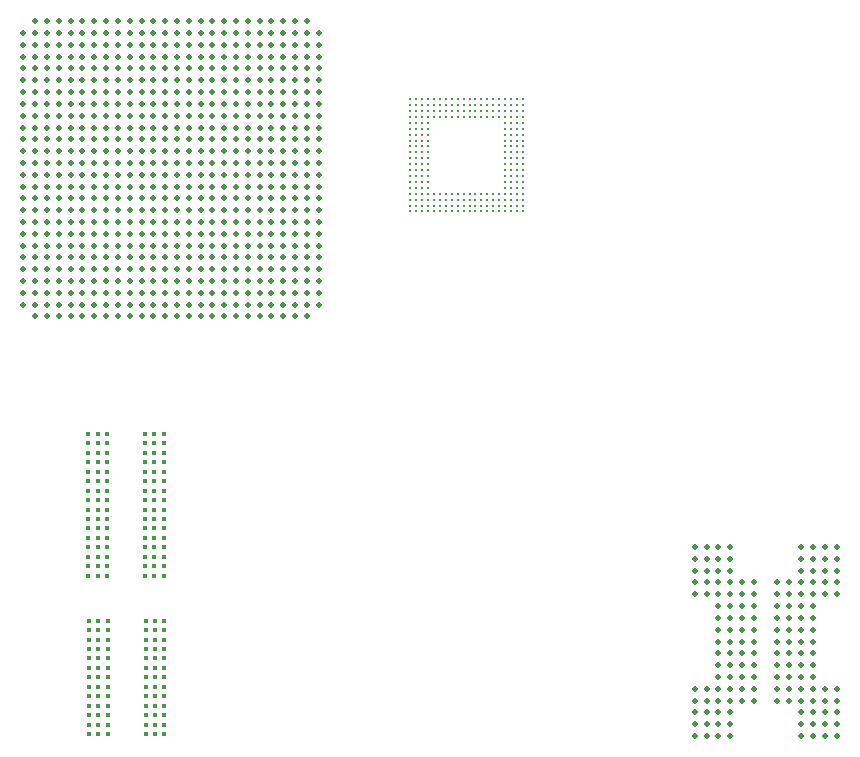
<source format=gbr>
%TF.GenerationSoftware,KiCad,Pcbnew,(5.1.10)-1*%
%TF.CreationDate,2022-01-31T16:37:24-08:00*%
%TF.ProjectId,TMPCB_Footprint-Side,544d5043-425f-4466-9f6f-747072696e74,rev?*%
%TF.SameCoordinates,Original*%
%TF.FileFunction,Paste,Bot*%
%TF.FilePolarity,Positive*%
%FSLAX46Y46*%
G04 Gerber Fmt 4.6, Leading zero omitted, Abs format (unit mm)*
G04 Created by KiCad (PCBNEW (5.1.10)-1) date 2022-01-31 16:37:24*
%MOMM*%
%LPD*%
G01*
G04 APERTURE LIST*
%ADD10C,0.400000*%
%ADD11C,0.250000*%
%ADD12C,0.500000*%
%ADD13C,0.420000*%
G04 APERTURE END LIST*
D10*
%TO.C,FBGA-96*%
X109195000Y-101377000D03*
X109995000Y-101377000D03*
X110795000Y-101377000D03*
X113995000Y-101377000D03*
X114795000Y-101377000D03*
X115595000Y-101377000D03*
X109195000Y-100577000D03*
X109995000Y-100577000D03*
X110795000Y-100577000D03*
X113995000Y-100577000D03*
X114795000Y-100577000D03*
X115595000Y-100577000D03*
X109195000Y-99777000D03*
X109995000Y-99777000D03*
X110795000Y-99777000D03*
X113995000Y-99777000D03*
X114795000Y-99777000D03*
X115595000Y-99777000D03*
X109195000Y-98977000D03*
X109995000Y-98977000D03*
X110795000Y-98977000D03*
X113995000Y-98977000D03*
X114795000Y-98977000D03*
X115595000Y-98977000D03*
X109195000Y-98177000D03*
X109995000Y-98177000D03*
X110795000Y-98177000D03*
X113995000Y-98177000D03*
X114795000Y-98177000D03*
X115595000Y-98177000D03*
X109195000Y-97377000D03*
X109995000Y-97377000D03*
X110795000Y-97377000D03*
X113995000Y-97377000D03*
X114795000Y-97377000D03*
X115595000Y-97377000D03*
X109195000Y-96577000D03*
X109995000Y-96577000D03*
X110795000Y-96577000D03*
X113995000Y-96577000D03*
X114795000Y-96577000D03*
X115595000Y-96577000D03*
X109195000Y-95777000D03*
X109995000Y-95777000D03*
X110795000Y-95777000D03*
X113995000Y-95777000D03*
X114795000Y-95777000D03*
X115595000Y-95777000D03*
X109195000Y-94977000D03*
X109995000Y-94977000D03*
X110795000Y-94977000D03*
X113995000Y-94977000D03*
X114795000Y-94977000D03*
X115595000Y-94977000D03*
X109195000Y-94177000D03*
X109995000Y-94177000D03*
X110795000Y-94177000D03*
X113995000Y-94177000D03*
X114795000Y-94177000D03*
X115595000Y-94177000D03*
X109195000Y-93377000D03*
X109995000Y-93377000D03*
X110795000Y-93377000D03*
X113995000Y-93377000D03*
X114795000Y-93377000D03*
X115595000Y-93377000D03*
X109195000Y-92577000D03*
X109995000Y-92577000D03*
X110795000Y-92577000D03*
X113995000Y-92577000D03*
X114795000Y-92577000D03*
X115595000Y-92577000D03*
X109195000Y-91777000D03*
X109995000Y-91777000D03*
X110795000Y-91777000D03*
X113995000Y-91777000D03*
X114795000Y-91777000D03*
X115595000Y-91777000D03*
X109195000Y-90977000D03*
X109995000Y-90977000D03*
X110795000Y-90977000D03*
X113995000Y-90977000D03*
X114795000Y-90977000D03*
X115595000Y-90977000D03*
X109195000Y-90177000D03*
X109995000Y-90177000D03*
X110795000Y-90177000D03*
X113995000Y-90177000D03*
X114795000Y-90177000D03*
X115595000Y-90177000D03*
X109195000Y-89377000D03*
X109995000Y-89377000D03*
X110795000Y-89377000D03*
X113995000Y-89377000D03*
X114795000Y-89377000D03*
X115595000Y-89377000D03*
%TD*%
D11*
%TO.C,BGA-256 P0.5mm*%
X145974000Y-61036000D03*
X145974000Y-61536000D03*
X145974000Y-62036000D03*
X145974000Y-62536000D03*
X145974000Y-63036000D03*
X145974000Y-63536000D03*
X145974000Y-64036000D03*
X145974000Y-64536000D03*
X145974000Y-65036000D03*
X145974000Y-65536000D03*
X145974000Y-66036000D03*
X145974000Y-66536000D03*
X145974000Y-67036000D03*
X145974000Y-67536000D03*
X145974000Y-68036000D03*
X145974000Y-68536000D03*
X145974000Y-69036000D03*
X145974000Y-69536000D03*
X145974000Y-70036000D03*
X145974000Y-70536000D03*
X145474000Y-61036000D03*
X145474000Y-61536000D03*
X145474000Y-62036000D03*
X145474000Y-62536000D03*
X145474000Y-63036000D03*
X145474000Y-63536000D03*
X145474000Y-64036000D03*
X145474000Y-64536000D03*
X145474000Y-65036000D03*
X145474000Y-65536000D03*
X145474000Y-66036000D03*
X145474000Y-66536000D03*
X145474000Y-67036000D03*
X145474000Y-67536000D03*
X145474000Y-68036000D03*
X145474000Y-68536000D03*
X145474000Y-69036000D03*
X145474000Y-69536000D03*
X145474000Y-70036000D03*
X145474000Y-70536000D03*
X144974000Y-61036000D03*
X144974000Y-61536000D03*
X144974000Y-62036000D03*
X144974000Y-62536000D03*
X144974000Y-63036000D03*
X144974000Y-63536000D03*
X144974000Y-64036000D03*
X144974000Y-64536000D03*
X144974000Y-65036000D03*
X144974000Y-65536000D03*
X144974000Y-66036000D03*
X144974000Y-66536000D03*
X144974000Y-67036000D03*
X144974000Y-67536000D03*
X144974000Y-68036000D03*
X144974000Y-68536000D03*
X144974000Y-69036000D03*
X144974000Y-69536000D03*
X144974000Y-70036000D03*
X144974000Y-70536000D03*
X144474000Y-61036000D03*
X144474000Y-61536000D03*
X144474000Y-62036000D03*
X144474000Y-62536000D03*
X144474000Y-63036000D03*
X144474000Y-63536000D03*
X144474000Y-64036000D03*
X144474000Y-64536000D03*
X144474000Y-65036000D03*
X144474000Y-65536000D03*
X144474000Y-66036000D03*
X144474000Y-66536000D03*
X144474000Y-67036000D03*
X144474000Y-67536000D03*
X144474000Y-68036000D03*
X144474000Y-68536000D03*
X144474000Y-69036000D03*
X144474000Y-69536000D03*
X144474000Y-70036000D03*
X144474000Y-70536000D03*
X143974000Y-61036000D03*
X143974000Y-61536000D03*
X143974000Y-62036000D03*
X143974000Y-62536000D03*
X143974000Y-69036000D03*
X143974000Y-69536000D03*
X143974000Y-70036000D03*
X143974000Y-70536000D03*
X143474000Y-61036000D03*
X143474000Y-61536000D03*
X143474000Y-62036000D03*
X143474000Y-62536000D03*
X143474000Y-69036000D03*
X143474000Y-69536000D03*
X143474000Y-70036000D03*
X143474000Y-70536000D03*
X142974000Y-61036000D03*
X142974000Y-61536000D03*
X142974000Y-62036000D03*
X142974000Y-62536000D03*
X142974000Y-69036000D03*
X142974000Y-69536000D03*
X142974000Y-70036000D03*
X142974000Y-70536000D03*
X142474000Y-61036000D03*
X142474000Y-61536000D03*
X142474000Y-62036000D03*
X142474000Y-62536000D03*
X142474000Y-69036000D03*
X142474000Y-69536000D03*
X142474000Y-70036000D03*
X142474000Y-70536000D03*
X141974000Y-61036000D03*
X141974000Y-61536000D03*
X141974000Y-62036000D03*
X141974000Y-62536000D03*
X141974000Y-69036000D03*
X141974000Y-69536000D03*
X141974000Y-70036000D03*
X141974000Y-70536000D03*
X141474000Y-61036000D03*
X141474000Y-61536000D03*
X141474000Y-62036000D03*
X141474000Y-62536000D03*
X141474000Y-69036000D03*
X141474000Y-69536000D03*
X141474000Y-70036000D03*
X141474000Y-70536000D03*
X140974000Y-61036000D03*
X140974000Y-61536000D03*
X140974000Y-62036000D03*
X140974000Y-62536000D03*
X140974000Y-69036000D03*
X140974000Y-69536000D03*
X140974000Y-70036000D03*
X140974000Y-70536000D03*
X140474000Y-61036000D03*
X140474000Y-61536000D03*
X140474000Y-62036000D03*
X140474000Y-62536000D03*
X140474000Y-69036000D03*
X140474000Y-69536000D03*
X140474000Y-70036000D03*
X140474000Y-70536000D03*
X139974000Y-61036000D03*
X139974000Y-61536000D03*
X139974000Y-62036000D03*
X139974000Y-62536000D03*
X139974000Y-69036000D03*
X139974000Y-69536000D03*
X139974000Y-70036000D03*
X139974000Y-70536000D03*
X139474000Y-61036000D03*
X139474000Y-61536000D03*
X139474000Y-62036000D03*
X139474000Y-62536000D03*
X139474000Y-69036000D03*
X139474000Y-69536000D03*
X139474000Y-70036000D03*
X139474000Y-70536000D03*
X138974000Y-61036000D03*
X138974000Y-61536000D03*
X138974000Y-62036000D03*
X138974000Y-62536000D03*
X138974000Y-69036000D03*
X138974000Y-69536000D03*
X138974000Y-70036000D03*
X138974000Y-70536000D03*
X138474000Y-61036000D03*
X138474000Y-61536000D03*
X138474000Y-62036000D03*
X138474000Y-62536000D03*
X138474000Y-69036000D03*
X138474000Y-69536000D03*
X138474000Y-70036000D03*
X138474000Y-70536000D03*
X137974000Y-61036000D03*
X137974000Y-61536000D03*
X137974000Y-62036000D03*
X137974000Y-62536000D03*
X137974000Y-63036000D03*
X137974000Y-63536000D03*
X137974000Y-64036000D03*
X137974000Y-64536000D03*
X137974000Y-65036000D03*
X137974000Y-65536000D03*
X137974000Y-66036000D03*
X137974000Y-66536000D03*
X137974000Y-67036000D03*
X137974000Y-67536000D03*
X137974000Y-68036000D03*
X137974000Y-68536000D03*
X137974000Y-69036000D03*
X137974000Y-69536000D03*
X137974000Y-70036000D03*
X137974000Y-70536000D03*
X137474000Y-61036000D03*
X137474000Y-61536000D03*
X137474000Y-62036000D03*
X137474000Y-62536000D03*
X137474000Y-63036000D03*
X137474000Y-63536000D03*
X137474000Y-64036000D03*
X137474000Y-64536000D03*
X137474000Y-65036000D03*
X137474000Y-65536000D03*
X137474000Y-66036000D03*
X137474000Y-66536000D03*
X137474000Y-67036000D03*
X137474000Y-67536000D03*
X137474000Y-68036000D03*
X137474000Y-68536000D03*
X137474000Y-69036000D03*
X137474000Y-69536000D03*
X137474000Y-70036000D03*
X137474000Y-70536000D03*
X136974000Y-61036000D03*
X136974000Y-61536000D03*
X136974000Y-62036000D03*
X136974000Y-62536000D03*
X136974000Y-63036000D03*
X136974000Y-63536000D03*
X136974000Y-64036000D03*
X136974000Y-64536000D03*
X136974000Y-65036000D03*
X136974000Y-65536000D03*
X136974000Y-66036000D03*
X136974000Y-66536000D03*
X136974000Y-67036000D03*
X136974000Y-67536000D03*
X136974000Y-68036000D03*
X136974000Y-68536000D03*
X136974000Y-69036000D03*
X136974000Y-69536000D03*
X136974000Y-70036000D03*
X136974000Y-70536000D03*
X136474000Y-61036000D03*
X136474000Y-61536000D03*
X136474000Y-62036000D03*
X136474000Y-62536000D03*
X136474000Y-63036000D03*
X136474000Y-63536000D03*
X136474000Y-64036000D03*
X136474000Y-64536000D03*
X136474000Y-65036000D03*
X136474000Y-65536000D03*
X136474000Y-66036000D03*
X136474000Y-66536000D03*
X136474000Y-67036000D03*
X136474000Y-67536000D03*
X136474000Y-68036000D03*
X136474000Y-68536000D03*
X136474000Y-69036000D03*
X136474000Y-69536000D03*
X136474000Y-70036000D03*
X136474000Y-70536000D03*
%TD*%
D12*
%TO.C,BGA-152*%
X172545000Y-98950000D03*
X172545000Y-99950000D03*
X172545000Y-100950000D03*
X172545000Y-101950000D03*
X172545000Y-102950000D03*
X172545000Y-110950000D03*
X172545000Y-111950000D03*
X172545000Y-112950000D03*
X172545000Y-113950000D03*
X172545000Y-114950000D03*
X171545000Y-98950000D03*
X171545000Y-99950000D03*
X171545000Y-100950000D03*
X171545000Y-101950000D03*
X171545000Y-102950000D03*
X171545000Y-110950000D03*
X171545000Y-111950000D03*
X171545000Y-112950000D03*
X171545000Y-113950000D03*
X171545000Y-114950000D03*
X170545000Y-98950000D03*
X170545000Y-99950000D03*
X170545000Y-100950000D03*
X170545000Y-101950000D03*
X170545000Y-102950000D03*
X170545000Y-103950000D03*
X170545000Y-104950000D03*
X170545000Y-105950000D03*
X170545000Y-106950000D03*
X170545000Y-107950000D03*
X170545000Y-108950000D03*
X170545000Y-109950000D03*
X170545000Y-110950000D03*
X170545000Y-111950000D03*
X170545000Y-112950000D03*
X170545000Y-113950000D03*
X170545000Y-114950000D03*
X169545000Y-98950000D03*
X169545000Y-99950000D03*
X169545000Y-100950000D03*
X169545000Y-101950000D03*
X169545000Y-102950000D03*
X169545000Y-103950000D03*
X169545000Y-104950000D03*
X169545000Y-105950000D03*
X169545000Y-106950000D03*
X169545000Y-107950000D03*
X169545000Y-108950000D03*
X169545000Y-109950000D03*
X169545000Y-110950000D03*
X169545000Y-111950000D03*
X169545000Y-112950000D03*
X169545000Y-113950000D03*
X169545000Y-114950000D03*
X168545000Y-101950000D03*
X168545000Y-103950000D03*
X168545000Y-104950000D03*
X168545000Y-105950000D03*
X168545000Y-106950000D03*
X168545000Y-107950000D03*
X168545000Y-108950000D03*
X168545000Y-109950000D03*
X168545000Y-110950000D03*
X167545000Y-102950000D03*
X167545000Y-103950000D03*
X167545000Y-104950000D03*
X167545000Y-105950000D03*
X167545000Y-106950000D03*
X167545000Y-107950000D03*
X167545000Y-108950000D03*
X167545000Y-109950000D03*
X167545000Y-110950000D03*
X165545000Y-101950000D03*
X165545000Y-103950000D03*
X165545000Y-104950000D03*
X165545000Y-105950000D03*
X165545000Y-106950000D03*
X165545000Y-107950000D03*
X165545000Y-108950000D03*
X165545000Y-109950000D03*
X165545000Y-111950000D03*
X164545000Y-102950000D03*
X164545000Y-103950000D03*
X164545000Y-104950000D03*
X164545000Y-105950000D03*
X164545000Y-106950000D03*
X164545000Y-107950000D03*
X164545000Y-108950000D03*
X164545000Y-109950000D03*
X164545000Y-110950000D03*
X163545000Y-98950000D03*
X163545000Y-99950000D03*
X163545000Y-100950000D03*
X163545000Y-101950000D03*
X163545000Y-102950000D03*
X163545000Y-103950000D03*
X163545000Y-104950000D03*
X163545000Y-105950000D03*
X163545000Y-106950000D03*
X163545000Y-107950000D03*
X163545000Y-108950000D03*
X163545000Y-109950000D03*
X163545000Y-110950000D03*
X163545000Y-111950000D03*
X163545000Y-112950000D03*
X163545000Y-113950000D03*
X163545000Y-114950000D03*
X162545000Y-98950000D03*
X162545000Y-99950000D03*
X162545000Y-100950000D03*
X162545000Y-101950000D03*
X162545000Y-102950000D03*
X162545000Y-103950000D03*
X162545000Y-104950000D03*
X162545000Y-105950000D03*
X162545000Y-106950000D03*
X162545000Y-107950000D03*
X162545000Y-108950000D03*
X162545000Y-109950000D03*
X162545000Y-110950000D03*
X162545000Y-111950000D03*
X162545000Y-112950000D03*
X162545000Y-113950000D03*
X162545000Y-114950000D03*
X161545000Y-98950000D03*
X161545000Y-99950000D03*
X161545000Y-100950000D03*
X161545000Y-101950000D03*
X161545000Y-102950000D03*
X161545000Y-110950000D03*
X161545000Y-111950000D03*
X161545000Y-112950000D03*
X161545000Y-113950000D03*
X161545000Y-114950000D03*
X160545000Y-98950000D03*
X160545000Y-99950000D03*
X160545000Y-100950000D03*
X160545000Y-101950000D03*
X160545000Y-102950000D03*
X160545000Y-110950000D03*
X160545000Y-111950000D03*
X160545000Y-112950000D03*
X160545000Y-113950000D03*
X160545000Y-114950000D03*
X164545000Y-111950000D03*
X165545000Y-110950000D03*
X167545000Y-111950000D03*
X168545000Y-111950000D03*
X164545000Y-101950000D03*
X165545000Y-102950000D03*
X167545000Y-101950000D03*
X168545000Y-102950000D03*
%TD*%
%TO.C,BGA-672 P1.0mm*%
X128705000Y-55429000D03*
X128705000Y-56429000D03*
X128705000Y-57429000D03*
X128705000Y-58429000D03*
X128705000Y-59429000D03*
X128705000Y-60429000D03*
X128705000Y-61429000D03*
X128705000Y-62429000D03*
X128705000Y-63429000D03*
X128705000Y-64429000D03*
X128705000Y-65429000D03*
X128705000Y-66429000D03*
X128705000Y-67429000D03*
X128705000Y-68429000D03*
X128705000Y-69429000D03*
X128705000Y-70429000D03*
X128705000Y-71429000D03*
X128705000Y-72429000D03*
X128705000Y-73429000D03*
X128705000Y-74429000D03*
X128705000Y-75429000D03*
X128705000Y-76429000D03*
X128705000Y-77429000D03*
X128705000Y-78429000D03*
X127705000Y-54429000D03*
X127705000Y-55429000D03*
X127705000Y-56429000D03*
X127705000Y-57429000D03*
X127705000Y-58429000D03*
X127705000Y-59429000D03*
X127705000Y-60429000D03*
X127705000Y-61429000D03*
X127705000Y-62429000D03*
X127705000Y-63429000D03*
X127705000Y-64429000D03*
X127705000Y-65429000D03*
X127705000Y-66429000D03*
X127705000Y-67429000D03*
X127705000Y-68429000D03*
X127705000Y-69429000D03*
X127705000Y-70429000D03*
X127705000Y-71429000D03*
X127705000Y-72429000D03*
X127705000Y-73429000D03*
X127705000Y-74429000D03*
X127705000Y-75429000D03*
X127705000Y-76429000D03*
X127705000Y-77429000D03*
X127705000Y-78429000D03*
X127705000Y-79429000D03*
X126705000Y-54429000D03*
X126705000Y-55429000D03*
X126705000Y-56429000D03*
X126705000Y-57429000D03*
X126705000Y-58429000D03*
X126705000Y-59429000D03*
X126705000Y-60429000D03*
X126705000Y-61429000D03*
X126705000Y-62429000D03*
X126705000Y-63429000D03*
X126705000Y-64429000D03*
X126705000Y-65429000D03*
X126705000Y-66429000D03*
X126705000Y-67429000D03*
X126705000Y-68429000D03*
X126705000Y-69429000D03*
X126705000Y-70429000D03*
X126705000Y-71429000D03*
X126705000Y-72429000D03*
X126705000Y-73429000D03*
X126705000Y-74429000D03*
X126705000Y-75429000D03*
X126705000Y-76429000D03*
X126705000Y-77429000D03*
X126705000Y-78429000D03*
X126705000Y-79429000D03*
X125705000Y-54429000D03*
X125705000Y-55429000D03*
X125705000Y-56429000D03*
X125705000Y-57429000D03*
X125705000Y-58429000D03*
X125705000Y-59429000D03*
X125705000Y-60429000D03*
X125705000Y-61429000D03*
X125705000Y-62429000D03*
X125705000Y-63429000D03*
X125705000Y-64429000D03*
X125705000Y-65429000D03*
X125705000Y-66429000D03*
X125705000Y-67429000D03*
X125705000Y-68429000D03*
X125705000Y-69429000D03*
X125705000Y-70429000D03*
X125705000Y-71429000D03*
X125705000Y-72429000D03*
X125705000Y-73429000D03*
X125705000Y-74429000D03*
X125705000Y-75429000D03*
X125705000Y-76429000D03*
X125705000Y-77429000D03*
X125705000Y-78429000D03*
X125705000Y-79429000D03*
X124705000Y-54429000D03*
X124705000Y-55429000D03*
X124705000Y-56429000D03*
X124705000Y-57429000D03*
X124705000Y-58429000D03*
X124705000Y-59429000D03*
X124705000Y-60429000D03*
X124705000Y-61429000D03*
X124705000Y-62429000D03*
X124705000Y-63429000D03*
X124705000Y-64429000D03*
X124705000Y-65429000D03*
X124705000Y-66429000D03*
X124705000Y-67429000D03*
X124705000Y-68429000D03*
X124705000Y-69429000D03*
X124705000Y-70429000D03*
X124705000Y-71429000D03*
X124705000Y-72429000D03*
X124705000Y-73429000D03*
X124705000Y-74429000D03*
X124705000Y-75429000D03*
X124705000Y-76429000D03*
X124705000Y-77429000D03*
X124705000Y-78429000D03*
X124705000Y-79429000D03*
X123705000Y-54429000D03*
X123705000Y-55429000D03*
X123705000Y-56429000D03*
X123705000Y-57429000D03*
X123705000Y-58429000D03*
X123705000Y-59429000D03*
X123705000Y-60429000D03*
X123705000Y-61429000D03*
X123705000Y-62429000D03*
X123705000Y-63429000D03*
X123705000Y-64429000D03*
X123705000Y-65429000D03*
X123705000Y-66429000D03*
X123705000Y-67429000D03*
X123705000Y-68429000D03*
X123705000Y-69429000D03*
X123705000Y-70429000D03*
X123705000Y-71429000D03*
X123705000Y-72429000D03*
X123705000Y-73429000D03*
X123705000Y-74429000D03*
X123705000Y-75429000D03*
X123705000Y-76429000D03*
X123705000Y-77429000D03*
X123705000Y-78429000D03*
X123705000Y-79429000D03*
X122705000Y-54429000D03*
X122705000Y-55429000D03*
X122705000Y-56429000D03*
X122705000Y-57429000D03*
X122705000Y-58429000D03*
X122705000Y-59429000D03*
X122705000Y-60429000D03*
X122705000Y-61429000D03*
X122705000Y-62429000D03*
X122705000Y-63429000D03*
X122705000Y-64429000D03*
X122705000Y-65429000D03*
X122705000Y-66429000D03*
X122705000Y-67429000D03*
X122705000Y-68429000D03*
X122705000Y-69429000D03*
X122705000Y-70429000D03*
X122705000Y-71429000D03*
X122705000Y-72429000D03*
X122705000Y-73429000D03*
X122705000Y-74429000D03*
X122705000Y-75429000D03*
X122705000Y-76429000D03*
X122705000Y-77429000D03*
X122705000Y-78429000D03*
X122705000Y-79429000D03*
X121705000Y-54429000D03*
X121705000Y-55429000D03*
X121705000Y-56429000D03*
X121705000Y-57429000D03*
X121705000Y-58429000D03*
X121705000Y-59429000D03*
X121705000Y-60429000D03*
X121705000Y-61429000D03*
X121705000Y-62429000D03*
X121705000Y-63429000D03*
X121705000Y-64429000D03*
X121705000Y-65429000D03*
X121705000Y-66429000D03*
X121705000Y-67429000D03*
X121705000Y-68429000D03*
X121705000Y-69429000D03*
X121705000Y-70429000D03*
X121705000Y-71429000D03*
X121705000Y-72429000D03*
X121705000Y-73429000D03*
X121705000Y-74429000D03*
X121705000Y-75429000D03*
X121705000Y-76429000D03*
X121705000Y-77429000D03*
X121705000Y-78429000D03*
X121705000Y-79429000D03*
X120705000Y-54429000D03*
X120705000Y-55429000D03*
X120705000Y-56429000D03*
X120705000Y-57429000D03*
X120705000Y-58429000D03*
X120705000Y-59429000D03*
X120705000Y-60429000D03*
X120705000Y-61429000D03*
X120705000Y-62429000D03*
X120705000Y-63429000D03*
X120705000Y-64429000D03*
X120705000Y-65429000D03*
X120705000Y-66429000D03*
X120705000Y-67429000D03*
X120705000Y-68429000D03*
X120705000Y-69429000D03*
X120705000Y-70429000D03*
X120705000Y-71429000D03*
X120705000Y-72429000D03*
X120705000Y-73429000D03*
X120705000Y-74429000D03*
X120705000Y-75429000D03*
X120705000Y-76429000D03*
X120705000Y-77429000D03*
X120705000Y-78429000D03*
X120705000Y-79429000D03*
X119705000Y-54429000D03*
X119705000Y-55429000D03*
X119705000Y-56429000D03*
X119705000Y-57429000D03*
X119705000Y-58429000D03*
X119705000Y-59429000D03*
X119705000Y-60429000D03*
X119705000Y-61429000D03*
X119705000Y-62429000D03*
X119705000Y-63429000D03*
X119705000Y-64429000D03*
X119705000Y-65429000D03*
X119705000Y-66429000D03*
X119705000Y-67429000D03*
X119705000Y-68429000D03*
X119705000Y-69429000D03*
X119705000Y-70429000D03*
X119705000Y-71429000D03*
X119705000Y-72429000D03*
X119705000Y-73429000D03*
X119705000Y-74429000D03*
X119705000Y-75429000D03*
X119705000Y-76429000D03*
X119705000Y-77429000D03*
X119705000Y-78429000D03*
X119705000Y-79429000D03*
X118705000Y-54429000D03*
X118705000Y-55429000D03*
X118705000Y-56429000D03*
X118705000Y-57429000D03*
X118705000Y-58429000D03*
X118705000Y-59429000D03*
X118705000Y-60429000D03*
X118705000Y-61429000D03*
X118705000Y-62429000D03*
X118705000Y-63429000D03*
X118705000Y-64429000D03*
X118705000Y-65429000D03*
X118705000Y-66429000D03*
X118705000Y-67429000D03*
X118705000Y-68429000D03*
X118705000Y-69429000D03*
X118705000Y-70429000D03*
X118705000Y-71429000D03*
X118705000Y-72429000D03*
X118705000Y-73429000D03*
X118705000Y-74429000D03*
X118705000Y-75429000D03*
X118705000Y-76429000D03*
X118705000Y-77429000D03*
X118705000Y-78429000D03*
X118705000Y-79429000D03*
X117705000Y-54429000D03*
X117705000Y-55429000D03*
X117705000Y-56429000D03*
X117705000Y-57429000D03*
X117705000Y-58429000D03*
X117705000Y-59429000D03*
X117705000Y-60429000D03*
X117705000Y-61429000D03*
X117705000Y-62429000D03*
X117705000Y-63429000D03*
X117705000Y-64429000D03*
X117705000Y-65429000D03*
X117705000Y-66429000D03*
X117705000Y-67429000D03*
X117705000Y-68429000D03*
X117705000Y-69429000D03*
X117705000Y-70429000D03*
X117705000Y-71429000D03*
X117705000Y-72429000D03*
X117705000Y-73429000D03*
X117705000Y-74429000D03*
X117705000Y-75429000D03*
X117705000Y-76429000D03*
X117705000Y-77429000D03*
X117705000Y-78429000D03*
X117705000Y-79429000D03*
X116705000Y-54429000D03*
X116705000Y-55429000D03*
X116705000Y-56429000D03*
X116705000Y-57429000D03*
X116705000Y-58429000D03*
X116705000Y-59429000D03*
X116705000Y-60429000D03*
X116705000Y-61429000D03*
X116705000Y-62429000D03*
X116705000Y-63429000D03*
X116705000Y-64429000D03*
X116705000Y-65429000D03*
X116705000Y-66429000D03*
X116705000Y-67429000D03*
X116705000Y-68429000D03*
X116705000Y-69429000D03*
X116705000Y-70429000D03*
X116705000Y-71429000D03*
X116705000Y-72429000D03*
X116705000Y-73429000D03*
X116705000Y-74429000D03*
X116705000Y-75429000D03*
X116705000Y-76429000D03*
X116705000Y-77429000D03*
X116705000Y-78429000D03*
X116705000Y-79429000D03*
X115705000Y-54429000D03*
X115705000Y-55429000D03*
X115705000Y-56429000D03*
X115705000Y-57429000D03*
X115705000Y-58429000D03*
X115705000Y-59429000D03*
X115705000Y-60429000D03*
X115705000Y-61429000D03*
X115705000Y-62429000D03*
X115705000Y-63429000D03*
X115705000Y-64429000D03*
X115705000Y-65429000D03*
X115705000Y-66429000D03*
X115705000Y-67429000D03*
X115705000Y-68429000D03*
X115705000Y-69429000D03*
X115705000Y-70429000D03*
X115705000Y-71429000D03*
X115705000Y-72429000D03*
X115705000Y-73429000D03*
X115705000Y-74429000D03*
X115705000Y-75429000D03*
X115705000Y-76429000D03*
X115705000Y-77429000D03*
X115705000Y-78429000D03*
X115705000Y-79429000D03*
X114705000Y-54429000D03*
X114705000Y-55429000D03*
X114705000Y-56429000D03*
X114705000Y-57429000D03*
X114705000Y-58429000D03*
X114705000Y-59429000D03*
X114705000Y-60429000D03*
X114705000Y-61429000D03*
X114705000Y-62429000D03*
X114705000Y-63429000D03*
X114705000Y-64429000D03*
X114705000Y-65429000D03*
X114705000Y-66429000D03*
X114705000Y-67429000D03*
X114705000Y-68429000D03*
X114705000Y-69429000D03*
X114705000Y-70429000D03*
X114705000Y-71429000D03*
X114705000Y-72429000D03*
X114705000Y-73429000D03*
X114705000Y-74429000D03*
X114705000Y-75429000D03*
X114705000Y-76429000D03*
X114705000Y-77429000D03*
X114705000Y-78429000D03*
X114705000Y-79429000D03*
X113705000Y-54429000D03*
X113705000Y-55429000D03*
X113705000Y-56429000D03*
X113705000Y-57429000D03*
X113705000Y-58429000D03*
X113705000Y-59429000D03*
X113705000Y-60429000D03*
X113705000Y-61429000D03*
X113705000Y-62429000D03*
X113705000Y-63429000D03*
X113705000Y-64429000D03*
X113705000Y-65429000D03*
X113705000Y-66429000D03*
X113705000Y-67429000D03*
X113705000Y-68429000D03*
X113705000Y-69429000D03*
X113705000Y-70429000D03*
X113705000Y-71429000D03*
X113705000Y-72429000D03*
X113705000Y-73429000D03*
X113705000Y-74429000D03*
X113705000Y-75429000D03*
X113705000Y-76429000D03*
X113705000Y-77429000D03*
X113705000Y-78429000D03*
X113705000Y-79429000D03*
X112705000Y-54429000D03*
X112705000Y-55429000D03*
X112705000Y-56429000D03*
X112705000Y-57429000D03*
X112705000Y-58429000D03*
X112705000Y-59429000D03*
X112705000Y-60429000D03*
X112705000Y-61429000D03*
X112705000Y-62429000D03*
X112705000Y-63429000D03*
X112705000Y-64429000D03*
X112705000Y-65429000D03*
X112705000Y-66429000D03*
X112705000Y-67429000D03*
X112705000Y-68429000D03*
X112705000Y-69429000D03*
X112705000Y-70429000D03*
X112705000Y-71429000D03*
X112705000Y-72429000D03*
X112705000Y-73429000D03*
X112705000Y-74429000D03*
X112705000Y-75429000D03*
X112705000Y-76429000D03*
X112705000Y-77429000D03*
X112705000Y-78429000D03*
X112705000Y-79429000D03*
X111705000Y-54429000D03*
X111705000Y-55429000D03*
X111705000Y-56429000D03*
X111705000Y-57429000D03*
X111705000Y-58429000D03*
X111705000Y-59429000D03*
X111705000Y-60429000D03*
X111705000Y-61429000D03*
X111705000Y-62429000D03*
X111705000Y-63429000D03*
X111705000Y-64429000D03*
X111705000Y-65429000D03*
X111705000Y-66429000D03*
X111705000Y-67429000D03*
X111705000Y-68429000D03*
X111705000Y-69429000D03*
X111705000Y-70429000D03*
X111705000Y-71429000D03*
X111705000Y-72429000D03*
X111705000Y-73429000D03*
X111705000Y-74429000D03*
X111705000Y-75429000D03*
X111705000Y-76429000D03*
X111705000Y-77429000D03*
X111705000Y-78429000D03*
X111705000Y-79429000D03*
X110705000Y-54429000D03*
X110705000Y-55429000D03*
X110705000Y-56429000D03*
X110705000Y-57429000D03*
X110705000Y-58429000D03*
X110705000Y-59429000D03*
X110705000Y-60429000D03*
X110705000Y-61429000D03*
X110705000Y-62429000D03*
X110705000Y-63429000D03*
X110705000Y-64429000D03*
X110705000Y-65429000D03*
X110705000Y-66429000D03*
X110705000Y-67429000D03*
X110705000Y-68429000D03*
X110705000Y-69429000D03*
X110705000Y-70429000D03*
X110705000Y-71429000D03*
X110705000Y-72429000D03*
X110705000Y-73429000D03*
X110705000Y-74429000D03*
X110705000Y-75429000D03*
X110705000Y-76429000D03*
X110705000Y-77429000D03*
X110705000Y-78429000D03*
X110705000Y-79429000D03*
X109705000Y-54429000D03*
X109705000Y-55429000D03*
X109705000Y-56429000D03*
X109705000Y-57429000D03*
X109705000Y-58429000D03*
X109705000Y-59429000D03*
X109705000Y-60429000D03*
X109705000Y-61429000D03*
X109705000Y-62429000D03*
X109705000Y-63429000D03*
X109705000Y-64429000D03*
X109705000Y-65429000D03*
X109705000Y-66429000D03*
X109705000Y-67429000D03*
X109705000Y-68429000D03*
X109705000Y-69429000D03*
X109705000Y-70429000D03*
X109705000Y-71429000D03*
X109705000Y-72429000D03*
X109705000Y-73429000D03*
X109705000Y-74429000D03*
X109705000Y-75429000D03*
X109705000Y-76429000D03*
X109705000Y-77429000D03*
X109705000Y-78429000D03*
X109705000Y-79429000D03*
X108705000Y-54429000D03*
X108705000Y-55429000D03*
X108705000Y-56429000D03*
X108705000Y-57429000D03*
X108705000Y-58429000D03*
X108705000Y-59429000D03*
X108705000Y-60429000D03*
X108705000Y-61429000D03*
X108705000Y-62429000D03*
X108705000Y-63429000D03*
X108705000Y-64429000D03*
X108705000Y-65429000D03*
X108705000Y-66429000D03*
X108705000Y-67429000D03*
X108705000Y-68429000D03*
X108705000Y-69429000D03*
X108705000Y-70429000D03*
X108705000Y-71429000D03*
X108705000Y-72429000D03*
X108705000Y-73429000D03*
X108705000Y-74429000D03*
X108705000Y-75429000D03*
X108705000Y-76429000D03*
X108705000Y-77429000D03*
X108705000Y-78429000D03*
X108705000Y-79429000D03*
X107705000Y-54429000D03*
X107705000Y-55429000D03*
X107705000Y-56429000D03*
X107705000Y-57429000D03*
X107705000Y-58429000D03*
X107705000Y-59429000D03*
X107705000Y-60429000D03*
X107705000Y-61429000D03*
X107705000Y-62429000D03*
X107705000Y-63429000D03*
X107705000Y-64429000D03*
X107705000Y-65429000D03*
X107705000Y-66429000D03*
X107705000Y-67429000D03*
X107705000Y-68429000D03*
X107705000Y-69429000D03*
X107705000Y-70429000D03*
X107705000Y-71429000D03*
X107705000Y-72429000D03*
X107705000Y-73429000D03*
X107705000Y-74429000D03*
X107705000Y-75429000D03*
X107705000Y-76429000D03*
X107705000Y-77429000D03*
X107705000Y-78429000D03*
X107705000Y-79429000D03*
X106705000Y-54429000D03*
X106705000Y-55429000D03*
X106705000Y-56429000D03*
X106705000Y-57429000D03*
X106705000Y-58429000D03*
X106705000Y-59429000D03*
X106705000Y-60429000D03*
X106705000Y-61429000D03*
X106705000Y-62429000D03*
X106705000Y-63429000D03*
X106705000Y-64429000D03*
X106705000Y-65429000D03*
X106705000Y-66429000D03*
X106705000Y-67429000D03*
X106705000Y-68429000D03*
X106705000Y-69429000D03*
X106705000Y-70429000D03*
X106705000Y-71429000D03*
X106705000Y-72429000D03*
X106705000Y-73429000D03*
X106705000Y-74429000D03*
X106705000Y-75429000D03*
X106705000Y-76429000D03*
X106705000Y-77429000D03*
X106705000Y-78429000D03*
X106705000Y-79429000D03*
X105705000Y-54429000D03*
X105705000Y-55429000D03*
X105705000Y-56429000D03*
X105705000Y-57429000D03*
X105705000Y-58429000D03*
X105705000Y-59429000D03*
X105705000Y-60429000D03*
X105705000Y-61429000D03*
X105705000Y-62429000D03*
X105705000Y-63429000D03*
X105705000Y-64429000D03*
X105705000Y-65429000D03*
X105705000Y-66429000D03*
X105705000Y-67429000D03*
X105705000Y-68429000D03*
X105705000Y-69429000D03*
X105705000Y-70429000D03*
X105705000Y-71429000D03*
X105705000Y-72429000D03*
X105705000Y-73429000D03*
X105705000Y-74429000D03*
X105705000Y-75429000D03*
X105705000Y-76429000D03*
X105705000Y-77429000D03*
X105705000Y-78429000D03*
X105705000Y-79429000D03*
X104705000Y-54429000D03*
X104705000Y-55429000D03*
X104705000Y-56429000D03*
X104705000Y-57429000D03*
X104705000Y-58429000D03*
X104705000Y-59429000D03*
X104705000Y-60429000D03*
X104705000Y-61429000D03*
X104705000Y-62429000D03*
X104705000Y-63429000D03*
X104705000Y-64429000D03*
X104705000Y-65429000D03*
X104705000Y-66429000D03*
X104705000Y-67429000D03*
X104705000Y-68429000D03*
X104705000Y-69429000D03*
X104705000Y-70429000D03*
X104705000Y-71429000D03*
X104705000Y-72429000D03*
X104705000Y-73429000D03*
X104705000Y-74429000D03*
X104705000Y-75429000D03*
X104705000Y-76429000D03*
X104705000Y-77429000D03*
X104705000Y-78429000D03*
X104705000Y-79429000D03*
X103705000Y-55429000D03*
X103705000Y-56429000D03*
X103705000Y-57429000D03*
X103705000Y-58429000D03*
X103705000Y-59429000D03*
X103705000Y-60429000D03*
X103705000Y-61429000D03*
X103705000Y-62429000D03*
X103705000Y-63429000D03*
X103705000Y-64429000D03*
X103705000Y-65429000D03*
X103705000Y-66429000D03*
X103705000Y-67429000D03*
X103705000Y-68429000D03*
X103705000Y-69429000D03*
X103705000Y-70429000D03*
X103705000Y-71429000D03*
X103705000Y-72429000D03*
X103705000Y-73429000D03*
X103705000Y-74429000D03*
X103705000Y-75429000D03*
X103705000Y-76429000D03*
X103705000Y-77429000D03*
X103705000Y-78429000D03*
%TD*%
D13*
%TO.C,FBGA-78*%
X110846000Y-112382000D03*
X110846000Y-113182000D03*
X115646000Y-105182000D03*
X114846000Y-105182000D03*
X114046000Y-105182000D03*
X110846000Y-105182000D03*
X110046000Y-105182000D03*
X109246000Y-105182000D03*
X115646000Y-105982000D03*
X114846000Y-105982000D03*
X114046000Y-105982000D03*
X110846000Y-105982000D03*
X110046000Y-105982000D03*
X109246000Y-105982000D03*
X115646000Y-106782000D03*
X114846000Y-106782000D03*
X114046000Y-106782000D03*
X110846000Y-106782000D03*
X110046000Y-106782000D03*
X109246000Y-106782000D03*
X115646000Y-107582000D03*
X114846000Y-107582000D03*
X114046000Y-107582000D03*
X110846000Y-107582000D03*
X110046000Y-107582000D03*
X109246000Y-107582000D03*
X115646000Y-108382000D03*
X114846000Y-108382000D03*
X114046000Y-108382000D03*
X110846000Y-108382000D03*
X110046000Y-108382000D03*
X109246000Y-108382000D03*
X115646000Y-109182000D03*
X114846000Y-109182000D03*
X114046000Y-109182000D03*
X110846000Y-109182000D03*
X110046000Y-109182000D03*
X109246000Y-109182000D03*
X115646000Y-109982000D03*
X114846000Y-109982000D03*
X114046000Y-109982000D03*
X110846000Y-109982000D03*
X110046000Y-109982000D03*
X109246000Y-109982000D03*
X115646000Y-110782000D03*
X114846000Y-110782000D03*
X114046000Y-110782000D03*
X110846000Y-110782000D03*
X110046000Y-110782000D03*
X109246000Y-110782000D03*
X115646000Y-111582000D03*
X114846000Y-111582000D03*
X114046000Y-111582000D03*
X110846000Y-111582000D03*
X110046000Y-111582000D03*
X109246000Y-111582000D03*
X115646000Y-112382000D03*
X114846000Y-112382000D03*
X114046000Y-112382000D03*
X110046000Y-112382000D03*
X109246000Y-112382000D03*
X115646000Y-113182000D03*
X114846000Y-113182000D03*
X114046000Y-113182000D03*
X110046000Y-113182000D03*
X109246000Y-113182000D03*
X115646000Y-113982000D03*
X114846000Y-113982000D03*
X114046000Y-113982000D03*
X110846000Y-113982000D03*
X110046000Y-113982000D03*
X109246000Y-113982000D03*
X115646000Y-114782000D03*
X114846000Y-114782000D03*
X114046000Y-114782000D03*
X110846000Y-114782000D03*
X110046000Y-114782000D03*
X109246000Y-114782000D03*
%TD*%
M02*

</source>
